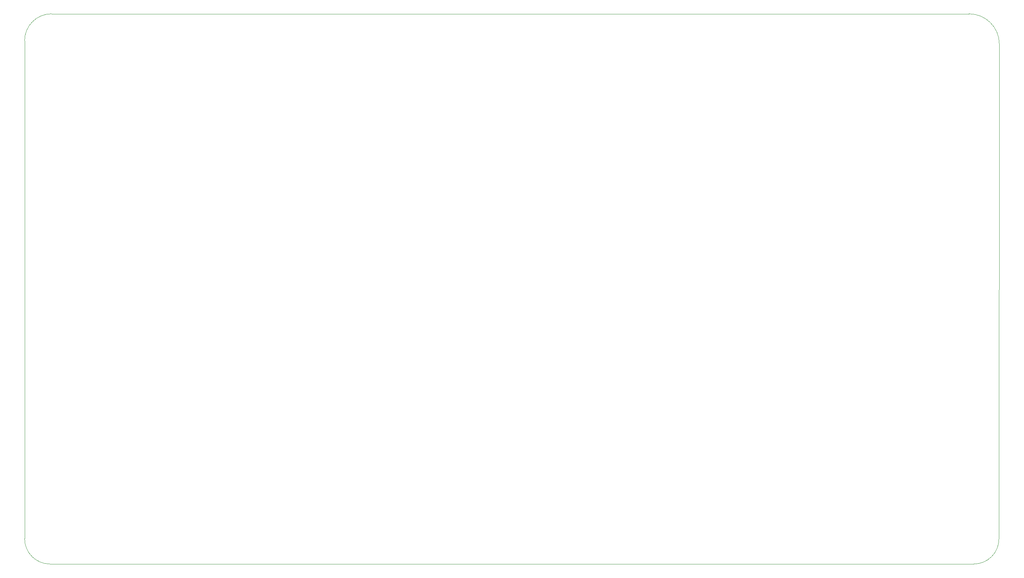
<source format=gm1>
G04 #@! TF.GenerationSoftware,KiCad,Pcbnew,7.0.8*
G04 #@! TF.CreationDate,2023-11-09T10:36:58-05:00*
G04 #@! TF.ProjectId,mecc-pcb-kicad,6d656363-2d70-4636-922d-6b696361642e,v1*
G04 #@! TF.SameCoordinates,Original*
G04 #@! TF.FileFunction,Profile,NP*
%FSLAX46Y46*%
G04 Gerber Fmt 4.6, Leading zero omitted, Abs format (unit mm)*
G04 Created by KiCad (PCBNEW 7.0.8) date 2023-11-09 10:36:58*
%MOMM*%
%LPD*%
G01*
G04 APERTURE LIST*
G04 #@! TA.AperFunction,Profile*
%ADD10C,0.100000*%
G04 #@! TD*
G04 APERTURE END LIST*
D10*
X292948638Y-80000000D02*
X76350000Y-80000000D01*
X294071135Y-209999965D02*
G75*
G03*
X299999965Y-204071120I-35J5928865D01*
G01*
X294071135Y-210000000D02*
X76000000Y-210000000D01*
X76350000Y-80000000D02*
G75*
G03*
X70000000Y-86350000I0J-6350000D01*
G01*
X70000000Y-204000000D02*
X70000000Y-86350000D01*
X70000000Y-204000000D02*
G75*
G03*
X76000000Y-210000000I6000000J0D01*
G01*
X300092400Y-87143750D02*
G75*
G03*
X292948638Y-80000000I-7143800J-50D01*
G01*
X300092388Y-87143750D02*
X299999965Y-204071120D01*
M02*

</source>
